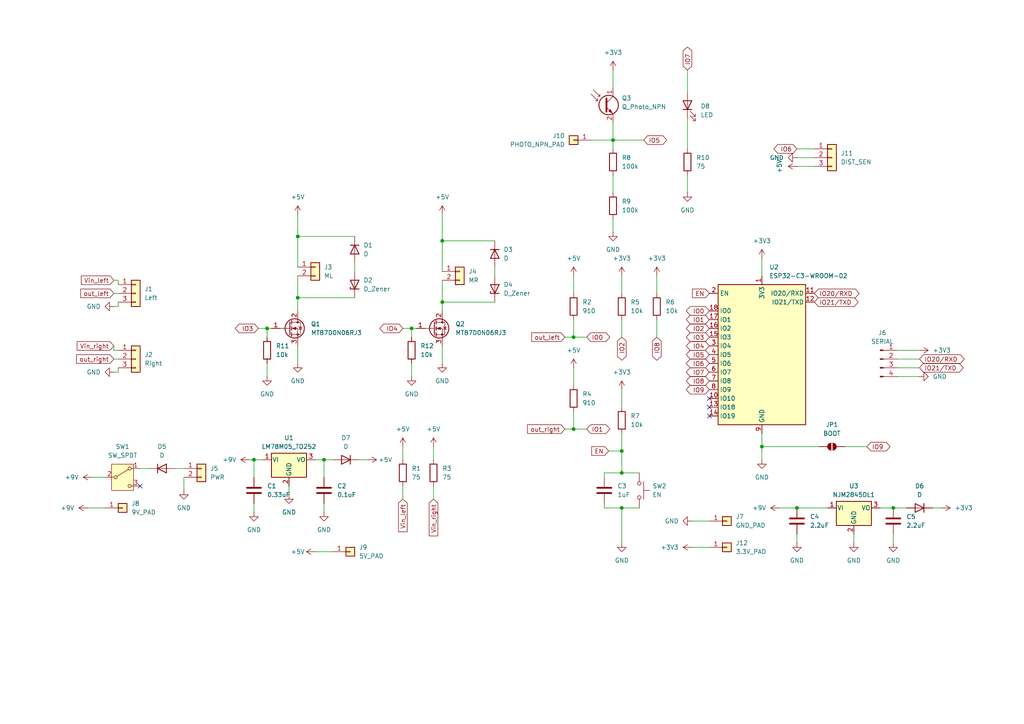
<source format=kicad_sch>
(kicad_sch (version 20250114) (generator "eeschema") (generator_version "9.0")
  (paper "A4")
  (lib_symbols
    (symbol "Connector:Conn_01x04_Pin" (pin_names (offset 1.016) (hide yes))
      (property "Reference" "J" (at 0 5.08 0))
      (property "Value" "Conn_01x04_Pin" (at 0 -7.62 0))
      (symbol "Conn_01x04_Pin_1_1"
        (rectangle (start 0.8636 2.667) (end 0 2.413) (stroke (width 0.1524)) (fill (type outline)))
        (rectangle (start 0.8636 0.127) (end 0 -0.127) (stroke (width 0.1524)) (fill (type outline)))
        (rectangle (start 0.8636 -2.413) (end 0 -2.667) (stroke (width 0.1524)) (fill (type outline)))
        (rectangle (start 0.8636 -4.953) (end 0 -5.207) (stroke (width 0.1524)) (fill (type outline)))
        (polyline (pts (xy 1.27 2.54) (xy 0.8636 2.54)) (stroke (width 0.1524)))
        (polyline (pts (xy 1.27 0) (xy 0.8636 0)) (stroke (width 0.1524)))
        (polyline (pts (xy 1.27 -2.54) (xy 0.8636 -2.54)) (stroke (width 0.1524)))
        (polyline (pts (xy 1.27 -5.08) (xy 0.8636 -5.08)) (stroke (width 0.1524)))
        (pin passive line (at 5.08 2.54 180) (length 3.81) (name "Pin_1") (number "1"))
        (pin passive line (at 5.08 0 180) (length 3.81) (name "Pin_2") (number "2"))
        (pin passive line (at 5.08 -2.54 180) (length 3.81) (name "Pin_3") (number "3"))
        (pin passive line (at 5.08 -5.08 180) (length 3.81) (name "Pin_4") (number "4"))
      )
    )
    (symbol "Connector_Generic:Conn_01x01" (pin_names (offset 1.016) (hide yes))
      (property "Reference" "J" (at 0 2.54 0))
      (property "Value" "Conn_01x01" (at 0 -2.54 0))
      (symbol "Conn_01x01_1_1"
        (rectangle (start -1.27 1.27) (end 1.27 -1.27) (stroke (width 0.254)) (fill (type background)))
        (rectangle (start -1.27 0.127) (end 0 -0.127) (stroke (width 0.1524)))
        (pin passive line (at -5.08 0 0) (length 3.81) (name "Pin_1") (number "1"))
      )
    )
    (symbol "Connector_Generic:Conn_01x02" (pin_names (offset 1.016) (hide yes))
      (property "Reference" "J" (at 0 2.54 0))
      (property "Value" "Conn_01x02" (at 0 -5.08 0))
      (symbol "Conn_01x02_1_1"
        (rectangle (start -1.27 1.27) (end 1.27 -3.81) (stroke (width 0.254)) (fill (type background)))
        (rectangle (start -1.27 0.127) (end 0 -0.127) (stroke (width 0.1524)))
        (rectangle (start -1.27 -2.413) (end 0 -2.667) (stroke (width 0.1524)))
        (pin passive line (at -5.08 0 0) (length 3.81) (name "Pin_1") (number "1"))
        (pin passive line (at -5.08 -2.54 0) (length 3.81) (name "Pin_2") (number "2"))
      )
    )
    (symbol "Connector_Generic:Conn_01x03" (pin_names (offset 1.016) (hide yes))
      (property "Reference" "J" (at 0 5.08 0))
      (property "Value" "Conn_01x03" (at 0 -5.08 0))
      (symbol "Conn_01x03_1_1"
        (rectangle (start -1.27 3.81) (end 1.27 -3.81) (stroke (width 0.254)) (fill (type background)))
        (rectangle (start -1.27 2.667) (end 0 2.413) (stroke (width 0.1524)))
        (rectangle (start -1.27 0.127) (end 0 -0.127) (stroke (width 0.1524)))
        (rectangle (start -1.27 -2.413) (end 0 -2.667) (stroke (width 0.1524)))
        (pin passive line (at -5.08 2.54 0) (length 3.81) (name "Pin_1") (number "1"))
        (pin passive line (at -5.08 0 0) (length 3.81) (name "Pin_2") (number "2"))
        (pin passive line (at -5.08 -2.54 0) (length 3.81) (name "Pin_3") (number "3"))
      )
    )
    (symbol "Device:C" (pin_numbers (hide yes)) (pin_names (offset 0.254))
      (property "Reference" "C" (at 0.635 2.54 0))
      (property "Value" "C" (at 0.635 -2.54 0))
      (symbol "C_0_1"
        (polyline (pts (xy -2.032 0.762) (xy 2.032 0.762)) (stroke (width 0.508)))
        (polyline (pts (xy -2.032 -0.762) (xy 2.032 -0.762)) (stroke (width 0.508)))
      )
      (symbol "C_1_1"
        (pin passive line (at 0 3.81 270) (length 2.794) (name "~") (number "1"))
        (pin passive line (at 0 -3.81 90) (length 2.794) (name "~") (number "2"))
      )
    )
    (symbol "Device:D" (pin_numbers (hide yes)) (pin_names (offset 1.016) (hide yes))
      (property "Reference" "D" (at 0 2.54 0))
      (property "Value" "D" (at 0 -2.54 0))
      (symbol "D_0_1"
        (polyline (pts (xy -1.27 1.27) (xy -1.27 -1.27)) (stroke (width 0.254)))
        (polyline (pts (xy 1.27 1.27) (xy 1.27 -1.27) (xy -1.27 0) (xy 1.27 1.27)) (stroke (width 0.254)))
        (polyline (pts (xy 1.27 0) (xy -1.27 0)))
      )
      (symbol "D_1_1"
        (pin passive line (at -3.81 0 0) (length 2.54) (name "K") (number "1"))
        (pin passive line (at 3.81 0 180) (length 2.54) (name "A") (number "2"))
      )
    )
    (symbol "Device:D_Zener" (pin_numbers (hide yes)) (pin_names (offset 1.016) (hide yes))
      (property "Reference" "D" (at 0 2.54 0))
      (property "Value" "D_Zener" (at 0 -2.54 0))
      (symbol "D_Zener_0_1"
        (polyline (pts (xy -1.27 -1.27) (xy -1.27 1.27) (xy -0.762 1.27)) (stroke (width 0.254)))
        (polyline (pts (xy 1.27 0) (xy -1.27 0)))
        (polyline (pts (xy 1.27 -1.27) (xy 1.27 1.27) (xy -1.27 0) (xy 1.27 -1.27)) (stroke (width 0.254)))
      )
      (symbol "D_Zener_1_1"
        (pin passive line (at -3.81 0 0) (length 2.54) (name "K") (number "1"))
        (pin passive line (at 3.81 0 180) (length 2.54) (name "A") (number "2"))
      )
    )
    (symbol "Device:LED" (pin_numbers (hide yes)) (pin_names (offset 1.016) (hide yes))
      (property "Reference" "D" (at 0 2.54 0))
      (property "Value" "LED" (at 0 -2.54 0))
      (symbol "LED_0_1"
        (polyline (pts (xy -3.048 -0.762) (xy -4.572 -2.286) (xy -3.81 -2.286) (xy -4.572 -2.286) (xy -4.572 -1.524)))
        (polyline (pts (xy -1.778 -0.762) (xy -3.302 -2.286) (xy -2.54 -2.286) (xy -3.302 -2.286) (xy -3.302 -1.524)))
        (polyline (pts (xy -1.27 0) (xy 1.27 0)))
        (polyline (pts (xy -1.27 -1.27) (xy -1.27 1.27)) (stroke (width 0.254)))
        (polyline (pts (xy 1.27 -1.27) (xy 1.27 1.27) (xy -1.27 0) (xy 1.27 -1.27)) (stroke (width 0.254)))
      )
      (symbol "LED_1_1"
        (pin passive line (at -3.81 0 0) (length 2.54) (name "K") (number "1"))
        (pin passive line (at 3.81 0 180) (length 2.54) (name "A") (number "2"))
      )
    )
    (symbol "Device:Q_Photo_NPN" (pin_names (offset 0) (hide yes))
      (property "Reference" "Q" (at 5.08 1.27 0))
      (property "Value" "Q_Photo_NPN" (at 5.08 -1.27 0))
      (symbol "Q_Photo_NPN_0_1"
        (polyline (pts (xy -3.81 3.175) (xy -1.905 1.27) (xy -1.905 1.905)))
        (polyline (pts (xy -3.175 4.445) (xy -1.27 2.54) (xy -1.27 3.175)))
        (polyline (pts (xy -1.905 1.27) (xy -2.54 1.27)))
        (polyline (pts (xy -1.27 2.54) (xy -1.905 2.54)))
        (polyline (pts (xy 0.635 1.905) (xy 0.635 -1.905) (xy 0.635 -1.905)) (stroke (width 0.508)))
        (polyline (pts (xy 0.635 0.635) (xy 2.54 2.54)))
        (polyline (pts (xy 0.635 -0.635) (xy 2.54 -2.54) (xy 2.54 -2.54)))
        (circle (center 1.27 0) (radius 2.8194) (stroke (width 0.254)))
        (polyline (pts (xy 1.27 -1.778) (xy 1.778 -1.27) (xy 2.286 -2.286) (xy 1.27 -1.778) (xy 1.27 -1.778)) (fill (type outline)))
      )
      (symbol "Q_Photo_NPN_1_1"
        (pin passive line (at 2.54 5.08 270) (length 2.54) (name "C") (number "1"))
        (pin passive line (at 2.54 -5.08 90) (length 2.54) (name "E") (number "2"))
      )
    )
    (symbol "Device:R" (pin_numbers (hide yes)) (pin_names (offset 0))
      (property "Reference" "R" (at 2.032 0 90))
      (property "Value" "R" (at 0 0 90))
      (symbol "R_0_1"
        (rectangle (start -1.016 -2.54) (end 1.016 2.54) (stroke (width 0.254)))
      )
      (symbol "R_1_1"
        (pin passive line (at 0 3.81 270) (length 1.27) (name "~") (number "1"))
        (pin passive line (at 0 -3.81 90) (length 1.27) (name "~") (number "2"))
      )
    )
    (symbol "Jumper:SolderJumper_2_Open" (pin_numbers (hide yes)) (pin_names (offset 0) (hide yes)) (in_bom no)
      (property "Reference" "JP" (at 0 2.032 0))
      (property "Value" "SolderJumper_2_Open" (at 0 -2.54 0))
      (symbol "SolderJumper_2_Open_0_1"
        (polyline (pts (xy -0.254 1.016) (xy -0.254 -1.016)))
        (arc (start -0.254 -1.016) (mid -1.2656 0) (end -0.254 1.016))
        (arc (start -0.254 -1.016) (mid -1.2656 0) (end -0.254 1.016) (fill (type outline)))
        (arc (start 0.254 1.016) (mid 1.2656 0) (end 0.254 -1.016))
        (arc (start 0.254 1.016) (mid 1.2656 0) (end 0.254 -1.016) (fill (type outline)))
        (polyline (pts (xy 0.254 1.016) (xy 0.254 -1.016)))
      )
      (symbol "SolderJumper_2_Open_1_1"
        (pin passive line (at -3.81 0 0) (length 2.54) (name "A") (number "1"))
        (pin passive line (at 3.81 0 180) (length 2.54) (name "B") (number "2"))
      )
    )
    (symbol "RF_Module:ESP32-C3-WROOM-02"
      (property "Reference" "U" (at -12.192 21.336 0))
      (property "Value" "ESP32-C3-WROOM-02" (at 12.192 21.336 0))
      (symbol "ESP32-C3-WROOM-02_1_1"
        (rectangle (start -12.7 20.32) (end 12.7 -20.32) (stroke (width 0.254)) (fill (type background)))
        (pin input line (at -15.24 17.78 0) (length 2.54) (name "EN") (number "2"))
        (pin bidirectional line (at -15.24 12.7 0) (length 2.54) (name "IO0") (number "18"))
        (pin bidirectional line (at -15.24 10.16 0) (length 2.54) (name "IO1") (number "17"))
        (pin bidirectional line (at -15.24 7.62 0) (length 2.54) (name "IO2") (number "16"))
        (pin bidirectional line (at -15.24 5.08 0) (length 2.54) (name "IO3") (number "15"))
        (pin bidirectional line (at -15.24 2.54 0) (length 2.54) (name "IO4") (number "3"))
        (pin bidirectional line (at -15.24 0 0) (length 2.54) (name "IO5") (number "4"))
        (pin bidirectional line (at -15.24 -2.54 0) (length 2.54) (name "IO6") (number "5"))
        (pin bidirectional line (at -15.24 -5.08 0) (length 2.54) (name "IO7") (number "6"))
        (pin bidirectional line (at -15.24 -7.62 0) (length 2.54) (name "IO8") (number "7"))
        (pin bidirectional line (at -15.24 -10.16 0) (length 2.54) (name "IO9") (number "8"))
        (pin bidirectional line (at -15.24 -12.7 0) (length 2.54) (name "IO10") (number "10"))
        (pin bidirectional line (at -15.24 -15.24 0) (length 2.54) (name "IO18") (number "13"))
        (pin bidirectional line (at -15.24 -17.78 0) (length 2.54) (name "IO19") (number "14"))
        (pin power_in line (at 0 22.86 270) (length 2.54) (name "3V3") (number "1"))
        (pin passive line (at 0 -22.86 90) (length 2.54) (hide yes) (name "GND") (number "19"))
        (pin power_in line (at 0 -22.86 90) (length 2.54) (name "GND") (number "9"))
        (pin bidirectional line (at 15.24 17.78 180) (length 2.54) (name "IO20/RXD") (number "11"))
        (pin bidirectional line (at 15.24 15.24 180) (length 2.54) (name "IO21/TXD") (number "12"))
      )
    )
    (symbol "Regulator_Linear:LM78M05_TO252" (pin_names (offset 0.254))
      (property "Reference" "U" (at -3.81 3.175 0))
      (property "Value" "LM78M05_TO252" (at 0 3.175 0))
      (symbol "LM78M05_TO252_0_1"
        (rectangle (start -5.08 1.905) (end 5.08 -5.08) (stroke (width 0.254)) (fill (type background)))
      )
      (symbol "LM78M05_TO252_1_1"
        (pin power_in line (at -7.62 0 0) (length 2.54) (name "VI") (number "1"))
        (pin power_in line (at 0 -7.62 90) (length 2.54) (name "GND") (number "2"))
        (pin power_out line (at 7.62 0 180) (length 2.54) (name "VO") (number "3"))
      )
    )
    (symbol "Switch:SW_Push" (pin_numbers (hide yes)) (pin_names (offset 1.016) (hide yes))
      (property "Reference" "SW" (at 1.27 2.54 0))
      (property "Value" "SW_Push" (at 0 -1.524 0))
      (symbol "SW_Push_0_1"
        (circle (center -2.032 0) (radius 0.508))
        (polyline (pts (xy 0 1.27) (xy 0 3.048)))
        (circle (center 2.032 0) (radius 0.508))
        (polyline (pts (xy 2.54 1.27) (xy -2.54 1.27)))
        (pin passive line (at -5.08 0 0) (length 2.54) (name "1") (number "1"))
        (pin passive line (at 5.08 0 180) (length 2.54) (name "2") (number "2"))
      )
    )
    (symbol "Switch:SW_SPDT" (pin_names (offset 0) (hide yes))
      (property "Reference" "SW" (at 0 5.08 0))
      (property "Value" "SW_SPDT" (at 0 -5.08 0))
      (symbol "SW_SPDT_0_1"
        (circle (center -2.032 0) (radius 0.4572))
        (polyline (pts (xy -1.651 0.254) (xy 1.651 2.286)))
        (circle (center 2.032 2.54) (radius 0.4572))
        (circle (center 2.032 -2.54) (radius 0.4572))
      )
      (symbol "SW_SPDT_1_1"
        (rectangle (start -3.175 3.81) (end 3.175 -3.81) (fill (type background)))
        (pin passive line (at -5.08 0 0) (length 2.54) (name "B") (number "2"))
        (pin passive line (at 5.08 2.54 180) (length 2.54) (name "A") (number "1"))
        (pin passive line (at 5.08 -2.54 180) (length 2.54) (name "C") (number "3"))
      )
    )
    (symbol "power:+3V3" (power) (pin_numbers (hide yes)) (pin_names (offset 0) (hide yes))
      (property "Value" "+3V3" (at 0 3.556 0))
      (symbol "+3V3_0_1"
        (polyline (pts (xy -0.762 1.27) (xy 0 2.54)))
        (polyline (pts (xy 0 2.54) (xy 0.762 1.27)))
        (polyline (pts (xy 0 0) (xy 0 2.54)))
      )
      (symbol "+3V3_1_1"
        (pin power_in line (at 0 0 90) (length 0) (name "~") (number "1"))
      )
    )
    (symbol "power:+5V" (power) (pin_numbers (hide yes)) (pin_names (offset 0) (hide yes))
      (property "Value" "+5V" (at 0 3.556 0))
      (symbol "+5V_0_1"
        (polyline (pts (xy -0.762 1.27) (xy 0 2.54)))
        (polyline (pts (xy 0 2.54) (xy 0.762 1.27)))
        (polyline (pts (xy 0 0) (xy 0 2.54)))
      )
      (symbol "+5V_1_1"
        (pin power_in line (at 0 0 90) (length 0) (name "~") (number "1"))
      )
    )
    (symbol "power:+9V" (power) (pin_numbers (hide yes)) (pin_names (offset 0) (hide yes))
      (property "Value" "+9V" (at 0 3.556 0))
      (symbol "+9V_0_1"
        (polyline (pts (xy -0.762 1.27) (xy 0 2.54)))
        (polyline (pts (xy 0 2.54) (xy 0.762 1.27)))
        (polyline (pts (xy 0 0) (xy 0 2.54)))
      )
      (symbol "+9V_1_1"
        (pin power_in line (at 0 0 90) (length 0) (name "~") (number "1"))
      )
    )
    (symbol "power:GND" (power) (pin_numbers (hide yes)) (pin_names (offset 0) (hide yes))
      (property "Value" "GND" (at 0 -3.81 0))
      (symbol "GND_0_1"
        (polyline (pts (xy 0 0) (xy 0 -1.27) (xy 1.27 -1.27) (xy 0 -2.54) (xy -1.27 -1.27) (xy 0 -1.27)))
      )
      (symbol "GND_1_1"
        (pin power_in line (at 0 0 270) (length 0) (name "~") (number "1"))
      )
    )
    (symbol "project:MTB7D0N06RJ3" (pin_names (hide yes))
      (property "Reference" "Q" (at 5.08 1.905 0))
      (property "Value" "MTB7D0N06RJ3" (at 5.08 0 0))
      (symbol "MTB7D0N06RJ3_0_1"
        (polyline (pts (xy 0.254 1.905) (xy 0.254 -1.905)) (stroke (width 0.254)))
        (polyline (pts (xy 0.254 0) (xy -2.54 0)))
        (polyline (pts (xy 0.762 2.286) (xy 0.762 1.27)) (stroke (width 0.254)))
        (polyline (pts (xy 0.762 0.508) (xy 0.762 -0.508)) (stroke (width 0.254)))
        (polyline (pts (xy 0.762 -1.27) (xy 0.762 -2.286)) (stroke (width 0.254)))
        (polyline (pts (xy 0.762 -1.778) (xy 3.302 -1.778) (xy 3.302 1.778) (xy 0.762 1.778)))
        (polyline (pts (xy 1.016 0) (xy 2.032 0.381) (xy 2.032 -0.381) (xy 1.016 0)) (fill (type outline)))
        (circle (center 1.651 0) (radius 2.794) (stroke (width 0.254)))
        (polyline (pts (xy 2.54 2.54) (xy 2.54 1.778)))
        (circle (center 2.54 1.778) (radius 0.254) (fill (type outline)))
        (circle (center 2.54 -1.778) (radius 0.254) (fill (type outline)))
        (polyline (pts (xy 2.54 -2.54) (xy 2.54 0) (xy 0.762 0)))
        (polyline (pts (xy 2.794 0.508) (xy 2.921 0.381) (xy 3.683 0.381) (xy 3.81 0.254)))
        (polyline (pts (xy 3.302 0.381) (xy 2.921 -0.254) (xy 3.683 -0.254) (xy 3.302 0.381)))
      )
      (symbol "MTB7D0N06RJ3_1_1"
        (pin input line (at -5.08 0 0) (length 2.54) (name "G") (number "1"))
        (pin passive line (at 2.54 5.08 270) (length 2.54) (name "D") (number "2"))
        (pin passive line (at 2.54 -5.08 90) (length 2.54) (name "S") (number "3"))
      )
    )
  )
  (junction (at 128.27 87.63))
  (junction (at 86.36 86.36))
  (junction (at 177.8 40.64))
  (junction (at 119.38 95.25))
  (junction (at 220.98 129.54))
  (junction (at 93.98 133.35))
  (junction (at 259.08 147.32))
  (junction (at 86.36 68.58))
  (junction (at 180.34 130.81))
  (junction (at 166.37 124.46))
  (junction (at 166.37 97.79))
  (junction (at 73.66 133.35))
  (junction (at 128.27 69.85))
  (junction (at 231.14 147.32))
  (junction (at 180.34 137.16))
  (junction (at 77.47 95.25))
  (junction (at 180.34 147.32))
  (no_connect (at 205.74 120.65))
  (no_connect (at 205.74 118.11))
  (no_connect (at 40.64 140.97))
  (no_connect (at 205.74 115.57))
  (wire (pts (xy 86.36 62.23) (xy 86.36 68.58)))
  (wire (pts (xy 260.35 101.6) (xy 266.7 101.6)))
  (wire (pts (xy 25.4 147.32) (xy 30.48 147.32)))
  (wire (pts (xy 176.53 130.81) (xy 180.34 130.81)))
  (wire (pts (xy 125.73 129.54) (xy 125.73 133.35)))
  (wire (pts (xy 74.93 95.25) (xy 77.47 95.25)))
  (wire (pts (xy 33.02 107.95) (xy 34.29 107.95)))
  (wire (pts (xy 185.42 147.32) (xy 180.34 147.32)))
  (wire (pts (xy 93.98 133.35) (xy 96.52 133.35)))
  (wire (pts (xy 33.02 88.9) (xy 34.29 88.9)))
  (wire (pts (xy 33.02 85.09) (xy 34.29 85.09)))
  (wire (pts (xy 177.8 40.64) (xy 186.69 40.64)))
  (wire (pts (xy 86.36 68.58) (xy 86.36 77.47)))
  (wire (pts (xy 116.84 140.97) (xy 116.84 144.78)))
  (wire (pts (xy 231.14 154.94) (xy 231.14 157.48)))
  (wire (pts (xy 116.84 95.25) (xy 119.38 95.25)))
  (wire (pts (xy 177.8 20.32) (xy 177.8 25.4)))
  (wire (pts (xy 33.02 81.28) (xy 34.29 81.28)))
  (wire (pts (xy 180.34 80.01) (xy 180.34 85.09)))
  (wire (pts (xy 166.37 80.01) (xy 166.37 85.09)))
  (wire (pts (xy 231.14 48.26) (xy 236.22 48.26)))
  (wire (pts (xy 34.29 81.28) (xy 34.29 82.55)))
  (wire (pts (xy 220.98 129.54) (xy 220.98 133.35)))
  (wire (pts (xy 128.27 100.33) (xy 128.27 105.41)))
  (wire (pts (xy 34.29 107.95) (xy 34.29 106.68)))
  (wire (pts (xy 77.47 105.41) (xy 77.47 109.22)))
  (wire (pts (xy 86.36 100.33) (xy 86.36 105.41)))
  (wire (pts (xy 125.73 140.97) (xy 125.73 144.78)))
  (wire (pts (xy 270.51 147.32) (xy 273.05 147.32)))
  (wire (pts (xy 177.8 40.64) (xy 177.8 43.18)))
  (wire (pts (xy 104.14 133.35) (xy 106.68 133.35)))
  (wire (pts (xy 259.08 154.94) (xy 259.08 157.48)))
  (wire (pts (xy 163.83 97.79) (xy 166.37 97.79)))
  (wire (pts (xy 166.37 124.46) (xy 163.83 124.46)))
  (wire (pts (xy 260.35 104.14) (xy 266.7 104.14)))
  (wire (pts (xy 255.27 147.32) (xy 259.08 147.32)))
  (wire (pts (xy 247.65 154.94) (xy 247.65 157.48)))
  (wire (pts (xy 119.38 105.41) (xy 119.38 109.22)))
  (wire (pts (xy 128.27 69.85) (xy 128.27 78.74)))
  (wire (pts (xy 83.82 140.97) (xy 83.82 143.51)))
  (wire (pts (xy 34.29 88.9) (xy 34.29 87.63)))
  (wire (pts (xy 86.36 80.01) (xy 86.36 86.36)))
  (wire (pts (xy 166.37 124.46) (xy 170.18 124.46)))
  (wire (pts (xy 190.5 92.71) (xy 190.5 97.79)))
  (wire (pts (xy 86.36 68.58) (xy 102.87 68.58)))
  (wire (pts (xy 180.34 92.71) (xy 180.34 97.79)))
  (wire (pts (xy 260.35 106.68) (xy 266.7 106.68)))
  (wire (pts (xy 175.26 146.05) (xy 175.26 147.32)))
  (wire (pts (xy 93.98 146.05) (xy 93.98 148.59)))
  (wire (pts (xy 128.27 87.63) (xy 128.27 90.17)))
  (wire (pts (xy 86.36 86.36) (xy 86.36 90.17)))
  (wire (pts (xy 119.38 95.25) (xy 119.38 97.79)))
  (wire (pts (xy 180.34 137.16) (xy 180.34 130.81)))
  (wire (pts (xy 86.36 86.36) (xy 102.87 86.36)))
  (wire (pts (xy 26.67 138.43) (xy 30.48 138.43)))
  (wire (pts (xy 33.02 104.14) (xy 34.29 104.14)))
  (wire (pts (xy 199.39 20.32) (xy 199.39 26.67)))
  (wire (pts (xy 177.8 63.5) (xy 177.8 67.31)))
  (wire (pts (xy 128.27 87.63) (xy 143.51 87.63)))
  (wire (pts (xy 199.39 50.8) (xy 199.39 55.88)))
  (wire (pts (xy 93.98 133.35) (xy 93.98 138.43)))
  (wire (pts (xy 220.98 125.73) (xy 220.98 129.54)))
  (wire (pts (xy 260.35 109.22) (xy 266.7 109.22)))
  (wire (pts (xy 128.27 81.28) (xy 128.27 87.63)))
  (wire (pts (xy 40.64 135.89) (xy 43.18 135.89)))
  (wire (pts (xy 166.37 97.79) (xy 170.18 97.79)))
  (wire (pts (xy 231.14 147.32) (xy 240.03 147.32)))
  (wire (pts (xy 180.34 147.32) (xy 180.34 157.48)))
  (wire (pts (xy 166.37 92.71) (xy 166.37 97.79)))
  (wire (pts (xy 77.47 95.25) (xy 78.74 95.25)))
  (wire (pts (xy 177.8 35.56) (xy 177.8 40.64)))
  (wire (pts (xy 128.27 69.85) (xy 143.51 69.85)))
  (wire (pts (xy 180.34 113.03) (xy 180.34 118.11)))
  (wire (pts (xy 185.42 137.16) (xy 180.34 137.16)))
  (wire (pts (xy 73.66 133.35) (xy 76.2 133.35)))
  (wire (pts (xy 102.87 76.2) (xy 102.87 78.74)))
  (wire (pts (xy 143.51 77.47) (xy 143.51 80.01)))
  (wire (pts (xy 128.27 62.23) (xy 128.27 69.85)))
  (wire (pts (xy 166.37 106.68) (xy 166.37 111.76)))
  (wire (pts (xy 175.26 137.16) (xy 180.34 137.16)))
  (wire (pts (xy 73.66 133.35) (xy 73.66 138.43)))
  (wire (pts (xy 231.14 45.72) (xy 236.22 45.72)))
  (wire (pts (xy 175.26 138.43) (xy 175.26 137.16)))
  (wire (pts (xy 116.84 129.54) (xy 116.84 133.35)))
  (wire (pts (xy 199.39 34.29) (xy 199.39 43.18)))
  (wire (pts (xy 166.37 119.38) (xy 166.37 124.46)))
  (wire (pts (xy 33.02 100.33) (xy 33.02 101.6)))
  (wire (pts (xy 91.44 133.35) (xy 93.98 133.35)))
  (wire (pts (xy 72.39 133.35) (xy 73.66 133.35)))
  (wire (pts (xy 77.47 95.25) (xy 77.47 97.79)))
  (wire (pts (xy 91.44 160.02) (xy 96.52 160.02)))
  (wire (pts (xy 50.8 135.89) (xy 53.34 135.89)))
  (wire (pts (xy 177.8 50.8) (xy 177.8 55.88)))
  (wire (pts (xy 200.66 158.75) (xy 205.74 158.75)))
  (wire (pts (xy 259.08 147.32) (xy 262.89 147.32)))
  (wire (pts (xy 171.45 40.64) (xy 177.8 40.64)))
  (wire (pts (xy 226.06 147.32) (xy 231.14 147.32)))
  (wire (pts (xy 220.98 129.54) (xy 237.49 129.54)))
  (wire (pts (xy 190.5 80.01) (xy 190.5 85.09)))
  (wire (pts (xy 175.26 147.32) (xy 180.34 147.32)))
  (wire (pts (xy 119.38 95.25) (xy 120.65 95.25)))
  (wire (pts (xy 53.34 138.43) (xy 53.34 142.24)))
  (wire (pts (xy 73.66 146.05) (xy 73.66 148.59)))
  (wire (pts (xy 180.34 130.81) (xy 180.34 125.73)))
  (wire (pts (xy 220.98 74.93) (xy 220.98 80.01)))
  (wire (pts (xy 33.02 101.6) (xy 34.29 101.6)))
  (wire (pts (xy 245.11 129.54) (xy 251.46 129.54)))
  (wire (pts (xy 200.66 151.13) (xy 205.74 151.13)))
  (wire (pts (xy 231.14 43.18) (xy 236.22 43.18)))
  (global_label "out_left" (shape input) (at 33.02 85.09 180) (property "Intersheetrefs" "${INTERSHEET_REFS}" (effects (hide yes))))
  (global_label "IO9" (shape bidirectional) (at 205.74 113.03 180) (property "Intersheetrefs" "${INTERSHEET_REFS}" (effects (hide yes))))
  (global_label "IO9" (shape bidirectional) (at 251.46 129.54 0) (property "Intersheetrefs" "${INTERSHEET_REFS}" (effects (hide yes))))
  (global_label "out_left" (shape input) (at 163.83 97.79 180) (property "Intersheetrefs" "${INTERSHEET_REFS}" (effects (hide yes))))
  (global_label "EN" (shape input) (at 176.53 130.81 180) (property "Intersheetrefs" "${INTERSHEET_REFS}" (effects (hide yes))))
  (global_label "Vin_left" (shape input) (at 116.84 144.78 270) (property "Intersheetrefs" "${INTERSHEET_REFS}" (effects (hide yes))))
  (global_label "IO5" (shape bidirectional) (at 186.69 40.64 0) (property "Intersheetrefs" "${INTERSHEET_REFS}" (effects (hide yes))))
  (global_label "Vin_right" (shape input) (at 33.02 100.33 180) (property "Intersheetrefs" "${INTERSHEET_REFS}" (effects (hide yes))))
  (global_label "IO5" (shape bidirectional) (at 205.74 102.87 180) (property "Intersheetrefs" "${INTERSHEET_REFS}" (effects (hide yes))))
  (global_label "IO2" (shape bidirectional) (at 205.74 95.25 180) (property "Intersheetrefs" "${INTERSHEET_REFS}" (effects (hide yes))))
  (global_label "IO20/RXD" (shape bidirectional) (at 236.22 85.09 0) (property "Intersheetrefs" "${INTERSHEET_REFS}" (effects (hide yes))))
  (global_label "IO0" (shape bidirectional) (at 170.18 97.79 0) (property "Intersheetrefs" "${INTERSHEET_REFS}" (effects (hide yes))))
  (global_label "IO4" (shape bidirectional) (at 205.74 100.33 180) (property "Intersheetrefs" "${INTERSHEET_REFS}" (effects (hide yes))))
  (global_label "IO3" (shape bidirectional) (at 205.74 97.79 180) (property "Intersheetrefs" "${INTERSHEET_REFS}" (effects (hide yes))))
  (global_label "IO6" (shape bidirectional) (at 205.74 105.41 180) (property "Intersheetrefs" "${INTERSHEET_REFS}" (effects (hide yes))))
  (global_label "IO20/RXD" (shape bidirectional) (at 266.7 104.14 0) (property "Intersheetrefs" "${INTERSHEET_REFS}" (effects (hide yes))))
  (global_label "EN" (shape input) (at 205.74 85.09 180) (property "Intersheetrefs" "${INTERSHEET_REFS}" (effects (hide yes))))
  (global_label "Vin_right" (shape input) (at 125.73 144.78 270) (property "Intersheetrefs" "${INTERSHEET_REFS}" (effects (hide yes))))
  (global_label "out_right" (shape input) (at 33.02 104.14 180) (property "Intersheetrefs" "${INTERSHEET_REFS}" (effects (hide yes))))
  (global_label "IO7" (shape bidirectional) (at 199.39 20.32 90) (property "Intersheetrefs" "${INTERSHEET_REFS}" (effects (hide yes))))
  (global_label "IO4" (shape bidirectional) (at 116.84 95.25 180) (property "Intersheetrefs" "${INTERSHEET_REFS}" (effects (hide yes))))
  (global_label "IO21/TXD" (shape bidirectional) (at 236.22 87.63 0) (property "Intersheetrefs" "${INTERSHEET_REFS}" (effects (hide yes))))
  (global_label "Vin_left" (shape input) (at 33.02 81.28 180) (property "Intersheetrefs" "${INTERSHEET_REFS}" (effects (hide yes))))
  (global_label "IO8" (shape bidirectional) (at 190.5 97.79 270) (property "Intersheetrefs" "${INTERSHEET_REFS}" (effects (hide yes))))
  (global_label "IO7" (shape bidirectional) (at 205.74 107.95 180) (property "Intersheetrefs" "${INTERSHEET_REFS}" (effects (hide yes))))
  (global_label "IO21/TXD" (shape bidirectional) (at 266.7 106.68 0) (property "Intersheetrefs" "${INTERSHEET_REFS}" (effects (hide yes))))
  (global_label "IO3" (shape bidirectional) (at 74.93 95.25 180) (property "Intersheetrefs" "${INTERSHEET_REFS}" (effects (hide yes))))
  (global_label "IO1" (shape bidirectional) (at 170.18 124.46 0) (property "Intersheetrefs" "${INTERSHEET_REFS}" (effects (hide yes))))
  (global_label "IO8" (shape bidirectional) (at 205.74 110.49 180) (property "Intersheetrefs" "${INTERSHEET_REFS}" (effects (hide yes))))
  (global_label "IO2" (shape bidirectional) (at 180.34 97.79 270) (property "Intersheetrefs" "${INTERSHEET_REFS}" (effects (hide yes))))
  (global_label "IO6" (shape bidirectional) (at 231.14 43.18 180) (property "Intersheetrefs" "${INTERSHEET_REFS}" (effects (hide yes))))
  (global_label "IO0" (shape bidirectional) (at 205.74 90.17 180) (property "Intersheetrefs" "${INTERSHEET_REFS}" (effects (hide yes))))
  (global_label "out_right" (shape input) (at 163.83 124.46 180) (property "Intersheetrefs" "${INTERSHEET_REFS}" (effects (hide yes))))
  (global_label "IO1" (shape bidirectional) (at 205.74 92.71 180) (property "Intersheetrefs" "${INTERSHEET_REFS}" (effects (hide yes))))
  (symbol (lib_id "power:+3V3") (at 190.5 80.01 0) (unit 1)
    (property "Reference" "#PWR020" (effects (hide yes)))
    (property "Value" "+3V3" (at 190.5 74.93 0))
    (property "Description" "Power symbol creates a global label with name \"+3V3\"" (effects (hide yes)))
  )
  (symbol (lib_id "Device:D") (at 46.99 135.89 0) (unit 1)
    (property "Reference" "D5" (at 46.99 129.54 0))
    (property "Value" "D" (at 46.99 132.08 0))
    (property "Footprint" "Diode_THT:D_DO-15_P2.54mm_Vertical_AnodeUp" (effects (hide yes)))
    (property "Description" "Diode" (effects (hide yes)))
    (property "Sim.Device" "D" (effects (hide yes)))
    (property "Sim.Pins" "1=K 2=A" (effects (hide yes)))
  )
  (symbol (lib_id "Connector_Generic:Conn_01x02") (at 133.35 78.74 0) (unit 1)
    (property "Reference" "J4" (at 135.89 78.7399 0) (effects (justify left)))
    (property "Value" "MR" (at 135.89 81.2799 0) (effects (justify left)))
    (property "Footprint" "Connector_PinSocket_2.54mm:PinSocket_1x02_P2.54mm_Vertical" (effects (hide yes)))
    (property "Description" "Generic connector, single row, 01x02, script generated (kicad-library-utils/schlib/autogen/connector/)" (effects (hide yes)))
  )
  (symbol (lib_id "power:+5V") (at 116.84 129.54 0) (unit 1)
    (property "Reference" "#PWR05" (effects (hide yes)))
    (property "Value" "+5V" (at 116.84 124.46 0))
    (property "Description" "Power symbol creates a global label with name \"+5V\"" (effects (hide yes)))
  )
  (symbol (lib_id "power:+3V3") (at 180.34 113.03 0) (unit 1)
    (property "Reference" "#PWR022" (effects (hide yes)))
    (property "Value" "+3V3" (at 180.34 107.95 0))
    (property "Description" "Power symbol creates a global label with name \"+3V3\"" (effects (hide yes)))
  )
  (symbol (lib_id "Device:R") (at 166.37 88.9 0) (unit 1)
    (property "Reference" "R2" (at 168.91 87.6299 0) (effects (justify left)))
    (property "Value" "910" (at 168.91 90.1699 0) (effects (justify left)))
    (property "Footprint" "Resistor_SMD:R_0603_1608Metric_Pad0.98x0.95mm_HandSolder" (effects (hide yes)))
    (property "Description" "Resistor" (effects (hide yes)))
  )
  (symbol (lib_id "Device:Q_Photo_NPN") (at 175.26 30.48 0) (unit 1)
    (property "Reference" "Q3" (at 180.34 28.4606 0) (effects (justify left)))
    (property "Value" "Q_Photo_NPN" (at 180.34 31.0006 0) (effects (justify left)))
    (property "Footprint" "LED_THT:LED_D3.0mm_Clear" (effects (hide yes)))
    (property "Description" "NPN phototransistor, collector/emitter" (effects (hide yes)))
  )
  (symbol (lib_id "power:GND") (at 177.8 67.31 0) (unit 1)
    (property "Reference" "#PWR034" (effects (hide yes)))
    (property "Value" "GND" (at 177.8 72.39 0))
    (property "Description" "Power symbol creates a global label with name \"GND\" , ground" (effects (hide yes)))
  )
  (symbol (lib_id "power:+5V") (at 128.27 62.23 0) (unit 1)
    (property "Reference" "#PWR010" (effects (hide yes)))
    (property "Value" "+5V" (at 128.27 57.15 0))
    (property "Description" "Power symbol creates a global label with name \"+5V\"" (effects (hide yes)))
  )
  (symbol (lib_id "project:MTB7D0N06RJ3") (at 125.73 95.25 0) (unit 1)
    (property "Reference" "Q2" (at 132.08 93.9799 0) (effects (justify left)))
    (property "Value" "MTB7D0N06RJ3" (at 132.08 96.5199 0) (effects (justify left)))
    (property "Footprint" "Package_TO_SOT_SMD:TO-252-2" (effects (hide yes)))
    (property "Datasheet" "https://akizukidenshi.com/goodsaffix/MTB7D0N06RJ3_220718.pdf" (effects (hide yes)))
    (property "Description" "53A Id,60V Vds, N-Channel MOSFET, TO-252" (effects (hide yes)))
  )
  (symbol (lib_id "Switch:SW_Push") (at 185.42 142.24 270) (unit 1)
    (property "Reference" "SW2" (at 189.23 140.9699 90) (effects (justify left)))
    (property "Value" "EN" (at 189.23 143.5099 90) (effects (justify left)))
    (property "Footprint" "Button_Switch_THT:SW_PUSH_6mm" (effects (hide yes)))
    (property "Description" "Push button switch, generic, two pins" (effects (hide yes)))
  )
  (symbol (lib_id "Connector_Generic:Conn_01x01") (at 210.82 151.13 0) (unit 1)
    (property "Reference" "J7" (at 213.36 149.8599 0) (effects (justify left)))
    (property "Value" "GND_PAD" (at 213.36 152.3999 0) (effects (justify left)))
    (property "Footprint" "Connector_Wire:SolderWirePad_1x01_SMD_2x4mm" (effects (hide yes)))
    (property "Description" "Generic connector, single row, 01x01, script generated (kicad-library-utils/schlib/autogen/connector/)" (effects (hide yes)))
  )
  (symbol (lib_id "Device:D") (at 266.7 147.32 180) (unit 1)
    (property "Reference" "D6" (at 266.7 140.97 0))
    (property "Value" "D" (at 266.7 143.51 0))
    (property "Footprint" "Diode_THT:D_DO-15_P2.54mm_Vertical_AnodeUp" (effects (hide yes)))
    (property "Description" "Diode" (effects (hide yes)))
    (property "Sim.Device" "D" (effects (hide yes)))
    (property "Sim.Pins" "1=K 2=A" (effects (hide yes)))
  )
  (symbol (lib_id "Connector_Generic:Conn_01x03") (at 39.37 85.09 0) (unit 1)
    (property "Reference" "J1" (at 41.91 83.8199 0) (effects (justify left)))
    (property "Value" "Left" (at 41.91 86.3599 0) (effects (justify left)))
    (property "Footprint" "Connector_PinSocket_2.54mm:PinSocket_1x03_P2.54mm_Vertical" (effects (hide yes)))
    (property "Description" "Generic connector, single row, 01x03, script generated (kicad-library-utils/schlib/autogen/connector/)" (effects (hide yes)))
  )
  (symbol (lib_id "power:+3V3") (at 273.05 147.32 270) (unit 1)
    (property "Reference" "#PWR029" (effects (hide yes)))
    (property "Value" "+3V3" (at 276.86 147.3199 90) (effects (justify left)))
    (property "Description" "Power symbol creates a global label with name \"+3V3\"" (effects (hide yes)))
  )
  (symbol (lib_id "Connector_Generic:Conn_01x03") (at 241.3 45.72 0) (unit 1)
    (property "Reference" "J11" (at 243.84 44.4499 0) (effects (justify left)))
    (property "Value" "DIST_SEN" (at 243.84 46.9899 0) (effects (justify left)))
    (property "Footprint" "Connector_PinSocket_2.54mm:PinSocket_1x03_P2.54mm_Vertical" (effects (hide yes)))
    (property "Description" "Generic connector, single row, 01x03, script generated (kicad-library-utils/schlib/autogen/connector/)" (effects (hide yes)))
  )
  (symbol (lib_id "Connector_Generic:Conn_01x01") (at 166.37 40.64 0) (mirror y) (unit 1)
    (property "Reference" "J10" (at 163.83 39.3699 0) (effects (justify left)))
    (property "Value" "PHOTO_NPN_PAD" (at 163.83 41.9099 0) (effects (justify left)))
    (property "Footprint" "Connector_Wire:SolderWirePad_1x01_SMD_2x4mm" (effects (hide yes)))
    (property "Description" "Generic connector, single row, 01x01, script generated (kicad-library-utils/schlib/autogen/connector/)" (effects (hide yes)))
  )
  (symbol (lib_id "power:GND") (at 83.82 143.51 0) (unit 1)
    (property "Reference" "#PWR014" (effects (hide yes)))
    (property "Value" "GND" (at 83.82 148.59 0))
    (property "Description" "Power symbol creates a global label with name \"GND\" , ground" (effects (hide yes)))
  )
  (symbol (lib_id "project:MTB7D0N06RJ3") (at 83.82 95.25 0) (unit 1)
    (property "Reference" "Q1" (at 90.17 93.9799 0) (effects (justify left)))
    (property "Value" "MTB7D0N06RJ3" (at 90.17 96.5199 0) (effects (justify left)))
    (property "Footprint" "Package_TO_SOT_SMD:TO-252-2" (effects (hide yes)))
    (property "Datasheet" "https://akizukidenshi.com/goodsaffix/MTB7D0N06RJ3_220718.pdf" (effects (hide yes)))
    (property "Description" "53A Id,60V Vds, N-Channel MOSFET, TO-252" (effects (hide yes)))
  )
  (symbol (lib_id "power:+3V3") (at 180.34 80.01 0) (unit 1)
    (property "Reference" "#PWR019" (effects (hide yes)))
    (property "Value" "+3V3" (at 180.34 74.93 0))
    (property "Description" "Power symbol creates a global label with name \"+3V3\"" (effects (hide yes)))
  )
  (symbol (lib_id "Device:R") (at 177.8 59.69 0) (unit 1)
    (property "Reference" "R9" (at 180.34 58.4199 0) (effects (justify left)))
    (property "Value" "100k" (at 180.34 60.9599 0) (effects (justify left)))
    (property "Footprint" "Resistor_SMD:R_0603_1608Metric_Pad0.98x0.95mm_HandSolder" (effects (hide yes)))
    (property "Description" "Resistor" (effects (hide yes)))
  )
  (symbol (lib_id "Device:D_Zener") (at 102.87 82.55 90) (unit 1)
    (property "Reference" "D2" (at 105.41 81.2799 90) (effects (justify right)))
    (property "Value" "D_Zener" (at 105.41 83.8199 90) (effects (justify right)))
    (property "Footprint" "Diode_THT:D_DO-35_SOD27_P2.54mm_Vertical_AnodeUp" (effects (hide yes)))
    (property "Description" "Zener diode" (effects (hide yes)))
  )
  (symbol (lib_id "power:+3V3") (at 220.98 74.93 0) (unit 1)
    (property "Reference" "#PWR021" (effects (hide yes)))
    (property "Value" "+3V3" (at 220.98 69.85 0))
    (property "Description" "Power symbol creates a global label with name \"+3V3\"" (effects (hide yes)))
  )
  (symbol (lib_id "power:GND") (at 119.38 109.22 0) (unit 1)
    (property "Reference" "#PWR039" (effects (hide yes)))
    (property "Value" "GND" (at 119.38 114.3 0))
    (property "Description" "Power symbol creates a global label with name \"GND\" , ground" (effects (hide yes)))
  )
  (symbol (lib_id "Device:R") (at 190.5 88.9 0) (unit 1)
    (property "Reference" "R6" (at 193.04 87.6299 0) (effects (justify left)))
    (property "Value" "10k" (at 193.04 90.1699 0) (effects (justify left)))
    (property "Footprint" "Resistor_SMD:R_0603_1608Metric_Pad0.98x0.95mm_HandSolder" (effects (hide yes)))
    (property "Description" "Resistor" (effects (hide yes)))
  )
  (symbol (lib_id "power:+3V3") (at 177.8 20.32 0) (unit 1)
    (property "Reference" "#PWR035" (effects (hide yes)))
    (property "Value" "+3V3" (at 177.8 15.24 0))
    (property "Description" "Power symbol creates a global label with name \"+3V3\"" (effects (hide yes)))
  )
  (symbol (lib_id "Switch:SW_SPDT") (at 35.56 138.43 0) (unit 1)
    (property "Reference" "SW1" (at 35.56 129.54 0))
    (property "Value" "SW_SPDT" (at 35.56 132.08 0))
    (property "Footprint" "Library:SW_Slide-03_2MS1-T1-B4-M2-Q-E_P2.54mm" (effects (hide yes)))
    (property "Description" "Switch, single pole double throw" (effects (hide yes)))
  )
  (symbol (lib_id "power:+9V") (at 72.39 133.35 90) (unit 1)
    (property "Reference" "#PWR013" (effects (hide yes)))
    (property "Value" "+9V" (at 68.58 133.3499 90) (effects (justify left)))
    (property "Description" "Power symbol creates a global label with name \"+9V\"" (effects (hide yes)))
  )
  (symbol (lib_id "Device:R") (at 177.8 46.99 0) (unit 1)
    (property "Reference" "R8" (at 180.34 45.7199 0) (effects (justify left)))
    (property "Value" "100k" (at 180.34 48.2599 0) (effects (justify left)))
    (property "Footprint" "Resistor_SMD:R_0603_1608Metric_Pad0.98x0.95mm_HandSolder" (effects (hide yes)))
    (property "Description" "Resistor" (effects (hide yes)))
  )
  (symbol (lib_id "power:GND") (at 199.39 55.88 0) (unit 1)
    (property "Reference" "#PWR036" (effects (hide yes)))
    (property "Value" "GND" (at 199.39 60.96 0))
    (property "Description" "Power symbol creates a global label with name \"GND\" , ground" (effects (hide yes)))
  )
  (symbol (lib_id "Connector_Generic:Conn_01x02") (at 58.42 135.89 0) (unit 1)
    (property "Reference" "J5" (at 60.96 135.8899 0) (effects (justify left)))
    (property "Value" "PWR" (at 60.96 138.4299 0) (effects (justify left)))
    (property "Footprint" "Connector_PinHeader_2.54mm:PinHeader_1x02_P2.54mm_Vertical" (effects (hide yes)))
    (property "Description" "Generic connector, single row, 01x02, script generated (kicad-library-utils/schlib/autogen/connector/)" (effects (hide yes)))
  )
  (symbol (lib_id "Device:D") (at 143.51 73.66 270) (unit 1)
    (property "Reference" "D3" (at 146.05 72.3899 90) (effects (justify left)))
    (property "Value" "D" (at 146.05 74.9299 90) (effects (justify left)))
    (property "Footprint" "Diode_THT:D_DO-15_P2.54mm_Vertical_AnodeUp" (effects (hide yes)))
    (property "Description" "Diode" (effects (hide yes)))
    (property "Sim.Device" "D" (effects (hide yes)))
    (property "Sim.Pins" "1=K 2=A" (effects (hide yes)))
  )
  (symbol (lib_id "power:GND") (at 33.02 88.9 270) (mirror x) (unit 1)
    (property "Reference" "#PWR04" (effects (hide yes)))
    (property "Value" "GND" (at 29.21 88.8999 90) (effects (justify right)))
    (property "Description" "Power symbol creates a global label with name \"GND\" , ground" (effects (hide yes)))
  )
  (symbol (lib_id "power:GND") (at 128.27 105.41 0) (unit 1)
    (property "Reference" "#PWR012" (effects (hide yes)))
    (property "Value" "GND" (at 128.27 110.49 0))
    (property "Description" "Power symbol creates a global label with name \"GND\" , ground" (effects (hide yes)))
  )
  (symbol (lib_id "Connector:Conn_01x04_Pin") (at 255.27 104.14 0) (unit 1)
    (property "Reference" "J6" (at 255.905 96.52 0))
    (property "Value" "SERIAL" (at 255.905 99.06 0))
    (property "Footprint" "Connector_PinHeader_2.54mm:PinHeader_1x04_P2.54mm_Vertical" (effects (hide yes)))
    (property "Description" "Generic connector, single row, 01x04, script generated" (effects (hide yes)))
  )
  (symbol (lib_id "Device:D_Zener") (at 143.51 83.82 90) (unit 1)
    (property "Reference" "D4" (at 146.05 82.5499 90) (effects (justify right)))
    (property "Value" "D_Zener" (at 146.05 85.0899 90) (effects (justify right)))
    (property "Footprint" "Diode_THT:D_DO-35_SOD27_P2.54mm_Vertical_AnodeUp" (effects (hide yes)))
    (property "Description" "Zener diode" (effects (hide yes)))
  )
  (symbol (lib_id "power:GND") (at 53.34 142.24 0) (unit 1)
    (property "Reference" "#PWR02" (effects (hide yes)))
    (property "Value" "GND" (at 53.34 147.32 0))
    (property "Description" "Power symbol creates a global label with name \"GND\" , ground" (effects (hide yes)))
  )
  (symbol (lib_id "power:GND") (at 77.47 109.22 0) (unit 1)
    (property "Reference" "#PWR040" (effects (hide yes)))
    (property "Value" "GND" (at 77.47 114.3 0))
    (property "Description" "Power symbol creates a global label with name \"GND\" , ground" (effects (hide yes)))
  )
  (symbol (lib_id "Device:R") (at 166.37 115.57 0) (unit 1)
    (property "Reference" "R4" (at 168.91 114.2999 0) (effects (justify left)))
    (property "Value" "910" (at 168.91 116.8399 0) (effects (justify left)))
    (property "Footprint" "Resistor_SMD:R_0603_1608Metric_Pad0.98x0.95mm_HandSolder" (effects (hide yes)))
    (property "Description" "Resistor" (effects (hide yes)))
  )
  (symbol (lib_id "Device:D") (at 102.87 72.39 270) (unit 1)
    (property "Reference" "D1" (at 105.41 71.1199 90) (effects (justify left)))
    (property "Value" "D" (at 105.41 73.6599 90) (effects (justify left)))
    (property "Footprint" "Diode_THT:D_DO-15_P2.54mm_Vertical_AnodeUp" (effects (hide yes)))
    (property "Description" "Diode" (effects (hide yes)))
    (property "Sim.Device" "D" (effects (hide yes)))
    (property "Sim.Pins" "1=K 2=A" (effects (hide yes)))
  )
  (symbol (lib_id "power:+5V") (at 86.36 62.23 0) (unit 1)
    (property "Reference" "#PWR08" (effects (hide yes)))
    (property "Value" "+5V" (at 86.36 57.15 0))
    (property "Description" "Power symbol creates a global label with name \"+5V\"" (effects (hide yes)))
  )
  (symbol (lib_id "power:GND") (at 231.14 157.48 0) (unit 1)
    (property "Reference" "#PWR031" (effects (hide yes)))
    (property "Value" "GND" (at 231.14 162.56 0))
    (property "Description" "Power symbol creates a global label with name \"GND\" , ground" (effects (hide yes)))
  )
  (symbol (lib_id "Device:LED") (at 199.39 30.48 90) (unit 1)
    (property "Reference" "D8" (at 203.2 30.7974 90) (effects (justify right)))
    (property "Value" "LED" (at 203.2 33.3374 90) (effects (justify right)))
    (property "Footprint" "LED_THT:LED_D5.0mm_Horizontal_O3.81mm_Z3.0mm" (effects (hide yes)))
    (property "Description" "Light emitting diode" (effects (hide yes)))
    (property "Sim.Pins" "1=K 2=A" (effects (hide yes)))
  )
  (symbol (lib_id "Connector_Generic:Conn_01x02") (at 91.44 77.47 0) (unit 1)
    (property "Reference" "J3" (at 93.98 77.4699 0) (effects (justify left)))
    (property "Value" "ML" (at 93.98 80.0099 0) (effects (justify left)))
    (property "Footprint" "Connector_PinSocket_2.54mm:PinSocket_1x02_P2.54mm_Vertical" (effects (hide yes)))
    (property "Description" "Generic connector, single row, 01x02, script generated (kicad-library-utils/schlib/autogen/connector/)" (effects (hide yes)))
  )
  (symbol (lib_id "Device:R") (at 199.39 46.99 0) (unit 1)
    (property "Reference" "R10" (at 201.93 45.7199 0) (effects (justify left)))
    (property "Value" "75" (at 201.93 48.2599 0) (effects (justify left)))
    (property "Footprint" "Resistor_SMD:R_0603_1608Metric_Pad0.98x0.95mm_HandSolder" (effects (hide yes)))
    (property "Description" "Resistor" (effects (hide yes)))
  )
  (symbol (lib_id "Device:C") (at 259.08 151.13 0) (unit 1)
    (property "Reference" "C5" (at 262.89 149.8599 0) (effects (justify left)))
    (property "Value" "2.2uF" (at 262.89 152.3999 0) (effects (justify left)))
    (property "Footprint" "Capacitor_SMD:C_0603_1608Metric_Pad1.08x0.95mm_HandSolder" (effects (hide yes)))
    (property "Description" "Unpolarized capacitor" (effects (hide yes)))
  )
  (symbol (lib_id "Connector_Generic:Conn_01x01") (at 101.6 160.02 0) (unit 1)
    (property "Reference" "J9" (at 104.14 158.7499 0) (effects (justify left)))
    (property "Value" "5V_PAD" (at 104.14 161.2899 0) (effects (justify left)))
    (property "Footprint" "Connector_Wire:SolderWirePad_1x01_SMD_2x4mm" (effects (hide yes)))
    (property "Description" "Generic connector, single row, 01x01, script generated (kicad-library-utils/schlib/autogen/connector/)" (effects (hide yes)))
  )
  (symbol (lib_id "power:+5V") (at 106.68 133.35 270) (unit 1)
    (property "Reference" "#PWR015" (effects (hide yes)))
    (property "Value" "+5V" (at 111.76 133.35 90))
    (property "Description" "Power symbol creates a global label with name \"+5V\"" (effects (hide yes)))
  )
  (symbol (lib_id "power:GND") (at 180.34 157.48 0) (unit 1)
    (property "Reference" "#PWR023" (effects (hide yes)))
    (property "Value" "GND" (at 180.34 162.56 0))
    (property "Description" "Power symbol creates a global label with name \"GND\" , ground" (effects (hide yes)))
  )
  (symbol (lib_id "power:+3V3") (at 200.66 158.75 90) (unit 1)
    (property "Reference" "#PWR041" (effects (hide yes)))
    (property "Value" "+3V3" (at 196.85 158.7499 90) (effects (justify left)))
    (property "Description" "Power symbol creates a global label with name \"+3V3\"" (effects (hide yes)))
  )
  (symbol (lib_id "power:GND") (at 220.98 133.35 0) (unit 1)
    (property "Reference" "#PWR018" (effects (hide yes)))
    (property "Value" "GND" (at 220.98 138.43 0))
    (property "Description" "Power symbol creates a global label with name \"GND\" , ground" (effects (hide yes)))
  )
  (symbol (lib_id "Device:C") (at 73.66 142.24 0) (unit 1)
    (property "Reference" "C1" (at 77.47 140.9699 0) (effects (justify left)))
    (property "Value" "0.33uF" (at 77.47 143.5099 0) (effects (justify left)))
    (property "Footprint" "Capacitor_SMD:C_0603_1608Metric_Pad1.08x0.95mm_HandSolder" (effects (hide yes)))
    (property "Description" "Unpolarized capacitor" (effects (hide yes)))
  )
  (symbol (lib_id "Jumper:SolderJumper_2_Open") (at 241.3 129.54 0) (unit 1) (in_bom no)
    (property "Reference" "JP1" (at 241.3 123.19 0))
    (property "Value" "BOOT" (at 241.3 125.73 0))
    (property "Footprint" "Jumper:SolderJumper-2_P1.3mm_Open_Pad1.0x1.5mm" (effects (hide yes)))
    (property "Description" "Solder Jumper, 2-pole, open" (effects (hide yes)))
  )
  (symbol (lib_id "Device:C") (at 175.26 142.24 0) (unit 1)
    (property "Reference" "C3" (at 179.07 140.9699 0) (effects (justify left)))
    (property "Value" "1uF" (at 179.07 143.5099 0) (effects (justify left)))
    (property "Footprint" "Capacitor_SMD:C_0603_1608Metric_Pad1.08x0.95mm_HandSolder" (effects (hide yes)))
    (property "Description" "Unpolarized capacitor" (effects (hide yes)))
  )
  (symbol (lib_id "power:GND") (at 73.66 148.59 0) (unit 1)
    (property "Reference" "#PWR016" (effects (hide yes)))
    (property "Value" "GND" (at 73.66 153.67 0))
    (property "Description" "Power symbol creates a global label with name \"GND\" , ground" (effects (hide yes)))
  )
  (symbol (lib_id "Device:D") (at 100.33 133.35 180) (unit 1)
    (property "Reference" "D7" (at 100.33 127 0))
    (property "Value" "D" (at 100.33 129.54 0))
    (property "Footprint" "Diode_THT:D_DO-15_P2.54mm_Vertical_AnodeUp" (effects (hide yes)))
    (property "Description" "Diode" (effects (hide yes)))
    (property "Sim.Device" "D" (effects (hide yes)))
    (property "Sim.Pins" "1=K 2=A" (effects (hide yes)))
  )
  (symbol (lib_id "power:GND") (at 86.36 105.41 0) (unit 1)
    (property "Reference" "#PWR011" (effects (hide yes)))
    (property "Value" "GND" (at 86.36 110.49 0))
    (property "Description" "Power symbol creates a global label with name \"GND\" , ground" (effects (hide yes)))
  )
  (symbol (lib_id "Device:R") (at 180.34 88.9 0) (unit 1)
    (property "Reference" "R5" (at 182.88 87.6299 0) (effects (justify left)))
    (property "Value" "10k" (at 182.88 90.1699 0) (effects (justify left)))
    (property "Footprint" "Resistor_SMD:R_0603_1608Metric_Pad0.98x0.95mm_HandSolder" (effects (hide yes)))
    (property "Description" "Resistor" (effects (hide yes)))
  )
  (symbol (lib_id "power:GND") (at 247.65 157.48 0) (unit 1)
    (property "Reference" "#PWR030" (effects (hide yes)))
    (property "Value" "GND" (at 247.65 162.56 0))
    (property "Description" "Power symbol creates a global label with name \"GND\" , ground" (effects (hide yes)))
  )
  (symbol (lib_id "Connector_Generic:Conn_01x01") (at 210.82 158.75 0) (unit 1)
    (property "Reference" "J12" (at 213.36 157.4799 0) (effects (justify left)))
    (property "Value" "3.3V_PAD" (at 213.36 160.0199 0) (effects (justify left)))
    (property "Footprint" "Connector_Wire:SolderWirePad_1x01_SMD_2x4mm" (effects (hide yes)))
    (property "Description" "Generic connector, single row, 01x01, script generated (kicad-library-utils/schlib/autogen/connector/)" (effects (hide yes)))
  )
  (symbol (lib_id "power:+5V") (at 166.37 106.68 0) (unit 1)
    (property "Reference" "#PWR09" (effects (hide yes)))
    (property "Value" "+5V" (at 166.37 101.6 0))
    (property "Description" "Power symbol creates a global label with name \"+5V\"" (effects (hide yes)))
  )
  (symbol (lib_id "power:+9V") (at 26.67 138.43 90) (unit 1)
    (property "Reference" "#PWR01" (effects (hide yes)))
    (property "Value" "+9V" (at 22.86 138.4299 90) (effects (justify left)))
    (property "Description" "Power symbol creates a global label with name \"+9V\"" (effects (hide yes)))
  )
  (symbol (lib_id "Regulator_Linear:LM78M05_TO252") (at 247.65 147.32 0) (unit 1)
    (property "Reference" "U3" (at 247.65 140.97 0))
    (property "Value" "NJM2845DL1" (at 247.65 143.51 0))
    (property "Footprint" "Package_TO_SOT_SMD:TO-252-2" (effects (hide yes)))
    (property "Datasheet" "https://www.onsemi.com/pub/Collateral/MC78M00-D.PDF" (effects (hide yes)))
    (property "Description" "Positive 500mA 35V Linear Regulator, Fixed Output 5V, TO-252 (D-PAK)" (effects (hide yes)))
  )
  (symbol (lib_id "power:GND") (at 259.08 157.48 0) (unit 1)
    (property "Reference" "#PWR032" (effects (hide yes)))
    (property "Value" "GND" (at 259.08 162.56 0))
    (property "Description" "Power symbol creates a global label with name \"GND\" , ground" (effects (hide yes)))
  )
  (symbol (lib_id "Device:R") (at 180.34 121.92 0) (unit 1)
    (property "Reference" "R7" (at 182.88 120.6499 0) (effects (justify left)))
    (property "Value" "10k" (at 182.88 123.1899 0) (effects (justify left)))
    (property "Footprint" "Resistor_SMD:R_0603_1608Metric_Pad0.98x0.95mm_HandSolder" (effects (hide yes)))
    (property "Description" "Resistor" (effects (hide yes)))
  )
  (symbol (lib_id "power:GND") (at 33.02 107.95 270) (mirror x) (unit 1)
    (property "Reference" "#PWR03" (effects (hide yes)))
    (property "Value" "GND" (at 29.21 107.9499 90) (effects (justify right)))
    (property "Description" "Power symbol creates a global label with name \"GND\" , ground" (effects (hide yes)))
  )
  (symbol (lib_id "power:+5V") (at 166.37 80.01 0) (unit 1)
    (property "Reference" "#PWR07" (effects (hide yes)))
    (property "Value" "+5V" (at 166.37 74.93 0))
    (property "Description" "Power symbol creates a global label with name \"+5V\"" (effects (hide yes)))
  )
  (symbol (lib_id "Regulator_Linear:LM78M05_TO252") (at 83.82 133.35 0) (unit 1)
    (property "Reference" "U1" (at 83.82 127 0))
    (property "Value" "LM78M05_TO252" (at 83.82 129.54 0))
    (property "Footprint" "Package_TO_SOT_SMD:TO-252-2" (effects (hide yes)))
    (property "Datasheet" "https://www.onsemi.com/pub/Collateral/MC78M00-D.PDF" (effects (hide yes)))
    (property "Description" "Positive 500mA 35V Linear Regulator, Fixed Output 5V, TO-252 (D-PAK)" (effects (hide yes)))
  )
  (symbol (lib_id "Connector_Generic:Conn_01x01") (at 35.56 147.32 0) (unit 1)
    (property "Reference" "J8" (at 38.1 146.0499 0) (effects (justify left)))
    (property "Value" "9V_PAD" (at 38.1 148.5899 0) (effects (justify left)))
    (property "Footprint" "Connector_Wire:SolderWirePad_1x01_SMD_2x4mm" (effects (hide yes)))
    (property "Description" "Generic connector, single row, 01x01, script generated (kicad-library-utils/schlib/autogen/connector/)" (effects (hide yes)))
  )
  (symbol (lib_id "power:GND") (at 93.98 148.59 0) (unit 1)
    (property "Reference" "#PWR017" (effects (hide yes)))
    (property "Value" "GND" (at 93.98 153.67 0))
    (property "Description" "Power symbol creates a global label with name \"GND\" , ground" (effects (hide yes)))
  )
  (symbol (lib_id "power:+3V3") (at 266.7 101.6 270) (unit 1)
    (property "Reference" "#PWR024" (effects (hide yes)))
    (property "Value" "+3V3" (at 270.51 101.5999 90) (effects (justify left)))
    (property "Description" "Power symbol creates a global label with name \"+3V3\"" (effects (hide yes)))
  )
  (symbol (lib_id "power:GND") (at 231.14 45.72 270) (unit 1)
    (property "Reference" "#PWR037" (effects (hide yes)))
    (property "Value" "GND" (at 227.33 45.7199 90) (effects (justify right)))
    (property "Description" "Power symbol creates a global label with name \"GND\" , ground" (effects (hide yes)))
  )
  (symbol (lib_id "Device:C") (at 93.98 142.24 0) (unit 1)
    (property "Reference" "C2" (at 97.79 140.9699 0) (effects (justify left)))
    (property "Value" "0.1uF" (at 97.79 143.5099 0) (effects (justify left)))
    (property "Footprint" "Capacitor_SMD:C_0603_1608Metric_Pad1.08x0.95mm_HandSolder" (effects (hide yes)))
    (property "Description" "Unpolarized capacitor" (effects (hide yes)))
  )
  (symbol (lib_id "Device:C") (at 231.14 151.13 0) (unit 1)
    (property "Reference" "C4" (at 234.95 149.8599 0) (effects (justify left)))
    (property "Value" "2.2uF" (at 234.95 152.3999 0) (effects (justify left)))
    (property "Footprint" "Capacitor_SMD:C_0603_1608Metric_Pad1.08x0.95mm_HandSolder" (effects (hide yes)))
    (property "Description" "Unpolarized capacitor" (effects (hide yes)))
  )
  (symbol (lib_id "power:GND") (at 266.7 109.22 90) (unit 1)
    (property "Reference" "#PWR025" (effects (hide yes)))
    (property "Value" "GND" (at 270.51 109.2199 90) (effects (justify right)))
    (property "Description" "Power symbol creates a global label with name \"GND\" , ground" (effects (hide yes)))
  )
  (symbol (lib_id "power:+5V") (at 91.44 160.02 90) (unit 1)
    (property "Reference" "#PWR028" (effects (hide yes)))
    (property "Value" "+5V" (at 86.36 160.02 90))
    (property "Description" "Power symbol creates a global label with name \"+5V\"" (effects (hide yes)))
  )
  (symbol (lib_id "power:GND") (at 200.66 151.13 270) (unit 1)
    (property "Reference" "#PWR026" (effects (hide yes)))
    (property "Value" "GND" (at 196.85 151.1299 90) (effects (justify right)))
    (property "Description" "Power symbol creates a global label with name \"GND\" , ground" (effects (hide yes)))
  )
  (symbol (lib_id "Device:R") (at 77.47 101.6 0) (unit 1)
    (property "Reference" "R11" (at 80.01 100.3299 0) (effects (justify left)))
    (property "Value" "10k" (at 80.01 102.8699 0) (effects (justify left)))
    (property "Footprint" "Resistor_SMD:R_0603_1608Metric_Pad0.98x0.95mm_HandSolder" (effects (hide yes)))
    (property "Description" "Resistor" (effects (hide yes)))
  )
  (symbol (lib_id "RF_Module:ESP32-C3-WROOM-02") (at 220.98 102.87 0) (unit 1)
    (property "Reference" "U2" (at 223.1233 77.47 0) (effects (justify left)))
    (property "Value" "ESP32-C3-WROOM-02" (at 223.1233 80.01 0) (effects (justify left)))
    (property "Footprint" "RF_Module:ESP32-C3-WROOM-02" (effects (hide yes)))
    (property "Datasheet" "https://www.espressif.com/sites/default/files/documentation/esp32-c3-wroom-02_datasheet_en.pdf" (effects (hide yes)))
    (property "Description" "802.11 b/g/n Wi­Fi and Bluetooth 5 module, ESP32­C3 SoC, RISC­V microprocessor, On-board antenna" (effects (hide yes)))
  )
  (symbol (lib_id "Device:R") (at 119.38 101.6 0) (unit 1)
    (property "Reference" "R12" (at 121.92 100.3299 0) (effects (justify left)))
    (property "Value" "10k" (at 121.92 102.8699 0) (effects (justify left)))
    (property "Footprint" "Resistor_SMD:R_0603_1608Metric_Pad0.98x0.95mm_HandSolder" (effects (hide yes)))
    (property "Description" "Resistor" (effects (hide yes)))
  )
  (symbol (lib_id "power:+9V") (at 25.4 147.32 90) (unit 1)
    (property "Reference" "#PWR027" (effects (hide yes)))
    (property "Value" "+9V" (at 21.59 147.3199 90) (effects (justify left)))
    (property "Description" "Power symbol creates a global label with name \"+9V\"" (effects (hide yes)))
  )
  (symbol (lib_id "power:+5V") (at 125.73 129.54 0) (unit 1)
    (property "Reference" "#PWR06" (effects (hide yes)))
    (property "Value" "+5V" (at 125.73 124.46 0))
    (property "Description" "Power symbol creates a global label with name \"+5V\"" (effects (hide yes)))
  )
  (symbol (lib_id "Device:R") (at 116.84 137.16 0) (unit 1)
    (property "Reference" "R1" (at 119.38 135.8899 0) (effects (justify left)))
    (property "Value" "75" (at 119.38 138.4299 0) (effects (justify left)))
    (property "Footprint" "Resistor_SMD:R_0603_1608Metric_Pad0.98x0.95mm_HandSolder" (effects (hide yes)))
    (property "Description" "Resistor" (effects (hide yes)))
  )
  (symbol (lib_id "power:+5V") (at 231.14 48.26 90) (unit 1)
    (property "Reference" "#PWR038" (effects (hide yes)))
    (property "Value" "+5V" (at 226.06 48.26 0))
    (property "Description" "Power symbol creates a global label with name \"+5V\"" (effects (hide yes)))
  )
  (symbol (lib_id "Device:R") (at 125.73 137.16 0) (unit 1)
    (property "Reference" "R3" (at 128.27 135.8899 0) (effects (justify left)))
    (property "Value" "75" (at 128.27 138.4299 0) (effects (justify left)))
    (property "Footprint" "Resistor_SMD:R_0603_1608Metric_Pad0.98x0.95mm_HandSolder" (effects (hide yes)))
    (property "Description" "Resistor" (effects (hide yes)))
  )
  (symbol (lib_id "Connector_Generic:Conn_01x03") (at 39.37 104.14 0) (unit 1)
    (property "Reference" "J2" (at 41.91 102.8699 0) (effects (justify left)))
    (property "Value" "Right" (at 41.91 105.4099 0) (effects (justify left)))
    (property "Footprint" "Connector_PinSocket_2.54mm:PinSocket_1x03_P2.54mm_Vertical" (effects (hide yes)))
    (property "Description" "Generic connector, single row, 01x03, script generated (kicad-library-utils/schlib/autogen/connector/)" (effects (hide yes)))
  )
  (symbol (lib_id "power:+9V") (at 226.06 147.32 90) (unit 1)
    (property "Reference" "#PWR033" (effects (hide yes)))
    (property "Value" "+9V" (at 222.25 147.3199 90) (effects (justify left)))
    (property "Description" "Power symbol creates a global label with name \"+9V\"" (effects (hide yes)))
  )
)
</source>
